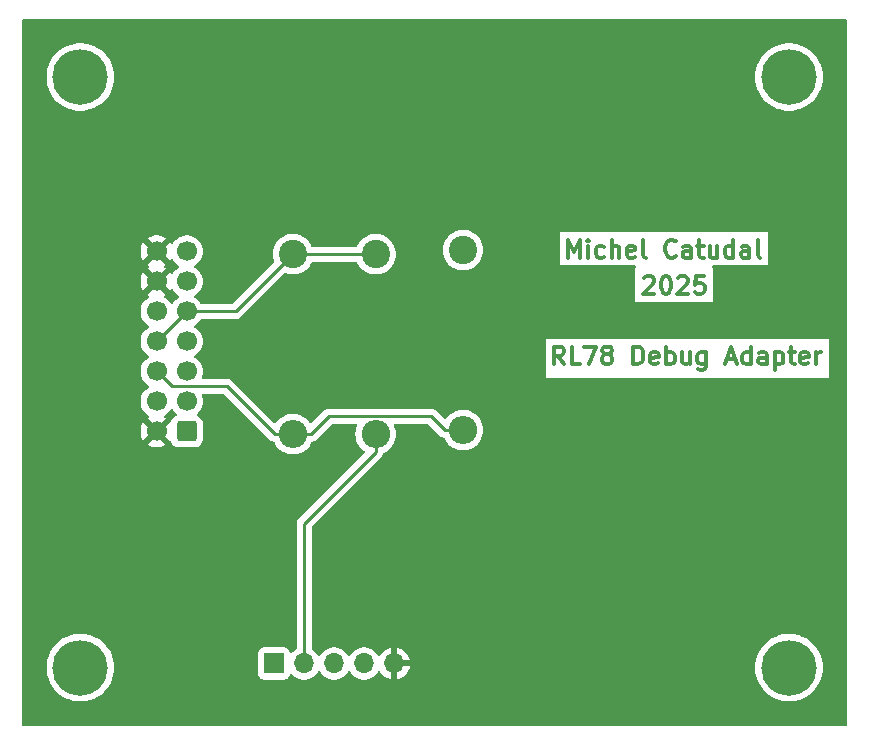
<source format=gtl>
G04 #@! TF.GenerationSoftware,KiCad,Pcbnew,8.0.6*
G04 #@! TF.CreationDate,2025-01-14T22:15:50-05:00*
G04 #@! TF.ProjectId,rl78_debug_adapter_rev5,726c3738-5f64-4656-9275-675f61646170,rev?*
G04 #@! TF.SameCoordinates,Original*
G04 #@! TF.FileFunction,Copper,L1,Top*
G04 #@! TF.FilePolarity,Positive*
%FSLAX46Y46*%
G04 Gerber Fmt 4.6, Leading zero omitted, Abs format (unit mm)*
G04 Created by KiCad (PCBNEW 8.0.6) date 2025-01-14 22:15:50*
%MOMM*%
%LPD*%
G01*
G04 APERTURE LIST*
G04 Aperture macros list*
%AMRoundRect*
0 Rectangle with rounded corners*
0 $1 Rounding radius*
0 $2 $3 $4 $5 $6 $7 $8 $9 X,Y pos of 4 corners*
0 Add a 4 corners polygon primitive as box body*
4,1,4,$2,$3,$4,$5,$6,$7,$8,$9,$2,$3,0*
0 Add four circle primitives for the rounded corners*
1,1,$1+$1,$2,$3*
1,1,$1+$1,$4,$5*
1,1,$1+$1,$6,$7*
1,1,$1+$1,$8,$9*
0 Add four rect primitives between the rounded corners*
20,1,$1+$1,$2,$3,$4,$5,0*
20,1,$1+$1,$4,$5,$6,$7,0*
20,1,$1+$1,$6,$7,$8,$9,0*
20,1,$1+$1,$8,$9,$2,$3,0*%
G04 Aperture macros list end*
%ADD10C,0.300000*%
G04 #@! TA.AperFunction,NonConductor*
%ADD11C,0.300000*%
G04 #@! TD*
G04 #@! TA.AperFunction,ComponentPad*
%ADD12RoundRect,0.250000X0.600000X0.600000X-0.600000X0.600000X-0.600000X-0.600000X0.600000X-0.600000X0*%
G04 #@! TD*
G04 #@! TA.AperFunction,ComponentPad*
%ADD13C,1.700000*%
G04 #@! TD*
G04 #@! TA.AperFunction,ComponentPad*
%ADD14R,1.700000X1.700000*%
G04 #@! TD*
G04 #@! TA.AperFunction,ComponentPad*
%ADD15O,1.700000X1.700000*%
G04 #@! TD*
G04 #@! TA.AperFunction,ComponentPad*
%ADD16C,2.400000*%
G04 #@! TD*
G04 #@! TA.AperFunction,ComponentPad*
%ADD17O,2.400000X2.400000*%
G04 #@! TD*
G04 #@! TA.AperFunction,ComponentPad*
%ADD18C,4.700000*%
G04 #@! TD*
G04 #@! TA.AperFunction,Conductor*
%ADD19C,0.250000*%
G04 #@! TD*
G04 APERTURE END LIST*
D10*
D11*
X106278571Y-50278328D02*
X106278571Y-48778328D01*
X106278571Y-48778328D02*
X106778571Y-49849757D01*
X106778571Y-49849757D02*
X107278571Y-48778328D01*
X107278571Y-48778328D02*
X107278571Y-50278328D01*
X107992857Y-50278328D02*
X107992857Y-49278328D01*
X107992857Y-48778328D02*
X107921429Y-48849757D01*
X107921429Y-48849757D02*
X107992857Y-48921185D01*
X107992857Y-48921185D02*
X108064286Y-48849757D01*
X108064286Y-48849757D02*
X107992857Y-48778328D01*
X107992857Y-48778328D02*
X107992857Y-48921185D01*
X109350001Y-50206900D02*
X109207143Y-50278328D01*
X109207143Y-50278328D02*
X108921429Y-50278328D01*
X108921429Y-50278328D02*
X108778572Y-50206900D01*
X108778572Y-50206900D02*
X108707143Y-50135471D01*
X108707143Y-50135471D02*
X108635715Y-49992614D01*
X108635715Y-49992614D02*
X108635715Y-49564042D01*
X108635715Y-49564042D02*
X108707143Y-49421185D01*
X108707143Y-49421185D02*
X108778572Y-49349757D01*
X108778572Y-49349757D02*
X108921429Y-49278328D01*
X108921429Y-49278328D02*
X109207143Y-49278328D01*
X109207143Y-49278328D02*
X109350001Y-49349757D01*
X109992857Y-50278328D02*
X109992857Y-48778328D01*
X110635715Y-50278328D02*
X110635715Y-49492614D01*
X110635715Y-49492614D02*
X110564286Y-49349757D01*
X110564286Y-49349757D02*
X110421429Y-49278328D01*
X110421429Y-49278328D02*
X110207143Y-49278328D01*
X110207143Y-49278328D02*
X110064286Y-49349757D01*
X110064286Y-49349757D02*
X109992857Y-49421185D01*
X111921429Y-50206900D02*
X111778572Y-50278328D01*
X111778572Y-50278328D02*
X111492858Y-50278328D01*
X111492858Y-50278328D02*
X111350000Y-50206900D01*
X111350000Y-50206900D02*
X111278572Y-50064042D01*
X111278572Y-50064042D02*
X111278572Y-49492614D01*
X111278572Y-49492614D02*
X111350000Y-49349757D01*
X111350000Y-49349757D02*
X111492858Y-49278328D01*
X111492858Y-49278328D02*
X111778572Y-49278328D01*
X111778572Y-49278328D02*
X111921429Y-49349757D01*
X111921429Y-49349757D02*
X111992858Y-49492614D01*
X111992858Y-49492614D02*
X111992858Y-49635471D01*
X111992858Y-49635471D02*
X111278572Y-49778328D01*
X112850000Y-50278328D02*
X112707143Y-50206900D01*
X112707143Y-50206900D02*
X112635714Y-50064042D01*
X112635714Y-50064042D02*
X112635714Y-48778328D01*
X115421428Y-50135471D02*
X115350000Y-50206900D01*
X115350000Y-50206900D02*
X115135714Y-50278328D01*
X115135714Y-50278328D02*
X114992857Y-50278328D01*
X114992857Y-50278328D02*
X114778571Y-50206900D01*
X114778571Y-50206900D02*
X114635714Y-50064042D01*
X114635714Y-50064042D02*
X114564285Y-49921185D01*
X114564285Y-49921185D02*
X114492857Y-49635471D01*
X114492857Y-49635471D02*
X114492857Y-49421185D01*
X114492857Y-49421185D02*
X114564285Y-49135471D01*
X114564285Y-49135471D02*
X114635714Y-48992614D01*
X114635714Y-48992614D02*
X114778571Y-48849757D01*
X114778571Y-48849757D02*
X114992857Y-48778328D01*
X114992857Y-48778328D02*
X115135714Y-48778328D01*
X115135714Y-48778328D02*
X115350000Y-48849757D01*
X115350000Y-48849757D02*
X115421428Y-48921185D01*
X116707143Y-50278328D02*
X116707143Y-49492614D01*
X116707143Y-49492614D02*
X116635714Y-49349757D01*
X116635714Y-49349757D02*
X116492857Y-49278328D01*
X116492857Y-49278328D02*
X116207143Y-49278328D01*
X116207143Y-49278328D02*
X116064285Y-49349757D01*
X116707143Y-50206900D02*
X116564285Y-50278328D01*
X116564285Y-50278328D02*
X116207143Y-50278328D01*
X116207143Y-50278328D02*
X116064285Y-50206900D01*
X116064285Y-50206900D02*
X115992857Y-50064042D01*
X115992857Y-50064042D02*
X115992857Y-49921185D01*
X115992857Y-49921185D02*
X116064285Y-49778328D01*
X116064285Y-49778328D02*
X116207143Y-49706900D01*
X116207143Y-49706900D02*
X116564285Y-49706900D01*
X116564285Y-49706900D02*
X116707143Y-49635471D01*
X117207143Y-49278328D02*
X117778571Y-49278328D01*
X117421428Y-48778328D02*
X117421428Y-50064042D01*
X117421428Y-50064042D02*
X117492857Y-50206900D01*
X117492857Y-50206900D02*
X117635714Y-50278328D01*
X117635714Y-50278328D02*
X117778571Y-50278328D01*
X118921429Y-49278328D02*
X118921429Y-50278328D01*
X118278571Y-49278328D02*
X118278571Y-50064042D01*
X118278571Y-50064042D02*
X118350000Y-50206900D01*
X118350000Y-50206900D02*
X118492857Y-50278328D01*
X118492857Y-50278328D02*
X118707143Y-50278328D01*
X118707143Y-50278328D02*
X118850000Y-50206900D01*
X118850000Y-50206900D02*
X118921429Y-50135471D01*
X120278572Y-50278328D02*
X120278572Y-48778328D01*
X120278572Y-50206900D02*
X120135714Y-50278328D01*
X120135714Y-50278328D02*
X119850000Y-50278328D01*
X119850000Y-50278328D02*
X119707143Y-50206900D01*
X119707143Y-50206900D02*
X119635714Y-50135471D01*
X119635714Y-50135471D02*
X119564286Y-49992614D01*
X119564286Y-49992614D02*
X119564286Y-49564042D01*
X119564286Y-49564042D02*
X119635714Y-49421185D01*
X119635714Y-49421185D02*
X119707143Y-49349757D01*
X119707143Y-49349757D02*
X119850000Y-49278328D01*
X119850000Y-49278328D02*
X120135714Y-49278328D01*
X120135714Y-49278328D02*
X120278572Y-49349757D01*
X121635715Y-50278328D02*
X121635715Y-49492614D01*
X121635715Y-49492614D02*
X121564286Y-49349757D01*
X121564286Y-49349757D02*
X121421429Y-49278328D01*
X121421429Y-49278328D02*
X121135715Y-49278328D01*
X121135715Y-49278328D02*
X120992857Y-49349757D01*
X121635715Y-50206900D02*
X121492857Y-50278328D01*
X121492857Y-50278328D02*
X121135715Y-50278328D01*
X121135715Y-50278328D02*
X120992857Y-50206900D01*
X120992857Y-50206900D02*
X120921429Y-50064042D01*
X120921429Y-50064042D02*
X120921429Y-49921185D01*
X120921429Y-49921185D02*
X120992857Y-49778328D01*
X120992857Y-49778328D02*
X121135715Y-49706900D01*
X121135715Y-49706900D02*
X121492857Y-49706900D01*
X121492857Y-49706900D02*
X121635715Y-49635471D01*
X122564286Y-50278328D02*
X122421429Y-50206900D01*
X122421429Y-50206900D02*
X122350000Y-50064042D01*
X122350000Y-50064042D02*
X122350000Y-48778328D01*
D10*
D11*
X105962257Y-59320928D02*
X105462257Y-58606642D01*
X105105114Y-59320928D02*
X105105114Y-57820928D01*
X105105114Y-57820928D02*
X105676543Y-57820928D01*
X105676543Y-57820928D02*
X105819400Y-57892357D01*
X105819400Y-57892357D02*
X105890829Y-57963785D01*
X105890829Y-57963785D02*
X105962257Y-58106642D01*
X105962257Y-58106642D02*
X105962257Y-58320928D01*
X105962257Y-58320928D02*
X105890829Y-58463785D01*
X105890829Y-58463785D02*
X105819400Y-58535214D01*
X105819400Y-58535214D02*
X105676543Y-58606642D01*
X105676543Y-58606642D02*
X105105114Y-58606642D01*
X107319400Y-59320928D02*
X106605114Y-59320928D01*
X106605114Y-59320928D02*
X106605114Y-57820928D01*
X107676543Y-57820928D02*
X108676543Y-57820928D01*
X108676543Y-57820928D02*
X108033686Y-59320928D01*
X109462257Y-58463785D02*
X109319400Y-58392357D01*
X109319400Y-58392357D02*
X109247971Y-58320928D01*
X109247971Y-58320928D02*
X109176543Y-58178071D01*
X109176543Y-58178071D02*
X109176543Y-58106642D01*
X109176543Y-58106642D02*
X109247971Y-57963785D01*
X109247971Y-57963785D02*
X109319400Y-57892357D01*
X109319400Y-57892357D02*
X109462257Y-57820928D01*
X109462257Y-57820928D02*
X109747971Y-57820928D01*
X109747971Y-57820928D02*
X109890829Y-57892357D01*
X109890829Y-57892357D02*
X109962257Y-57963785D01*
X109962257Y-57963785D02*
X110033686Y-58106642D01*
X110033686Y-58106642D02*
X110033686Y-58178071D01*
X110033686Y-58178071D02*
X109962257Y-58320928D01*
X109962257Y-58320928D02*
X109890829Y-58392357D01*
X109890829Y-58392357D02*
X109747971Y-58463785D01*
X109747971Y-58463785D02*
X109462257Y-58463785D01*
X109462257Y-58463785D02*
X109319400Y-58535214D01*
X109319400Y-58535214D02*
X109247971Y-58606642D01*
X109247971Y-58606642D02*
X109176543Y-58749500D01*
X109176543Y-58749500D02*
X109176543Y-59035214D01*
X109176543Y-59035214D02*
X109247971Y-59178071D01*
X109247971Y-59178071D02*
X109319400Y-59249500D01*
X109319400Y-59249500D02*
X109462257Y-59320928D01*
X109462257Y-59320928D02*
X109747971Y-59320928D01*
X109747971Y-59320928D02*
X109890829Y-59249500D01*
X109890829Y-59249500D02*
X109962257Y-59178071D01*
X109962257Y-59178071D02*
X110033686Y-59035214D01*
X110033686Y-59035214D02*
X110033686Y-58749500D01*
X110033686Y-58749500D02*
X109962257Y-58606642D01*
X109962257Y-58606642D02*
X109890829Y-58535214D01*
X109890829Y-58535214D02*
X109747971Y-58463785D01*
X111819399Y-59320928D02*
X111819399Y-57820928D01*
X111819399Y-57820928D02*
X112176542Y-57820928D01*
X112176542Y-57820928D02*
X112390828Y-57892357D01*
X112390828Y-57892357D02*
X112533685Y-58035214D01*
X112533685Y-58035214D02*
X112605114Y-58178071D01*
X112605114Y-58178071D02*
X112676542Y-58463785D01*
X112676542Y-58463785D02*
X112676542Y-58678071D01*
X112676542Y-58678071D02*
X112605114Y-58963785D01*
X112605114Y-58963785D02*
X112533685Y-59106642D01*
X112533685Y-59106642D02*
X112390828Y-59249500D01*
X112390828Y-59249500D02*
X112176542Y-59320928D01*
X112176542Y-59320928D02*
X111819399Y-59320928D01*
X113890828Y-59249500D02*
X113747971Y-59320928D01*
X113747971Y-59320928D02*
X113462257Y-59320928D01*
X113462257Y-59320928D02*
X113319399Y-59249500D01*
X113319399Y-59249500D02*
X113247971Y-59106642D01*
X113247971Y-59106642D02*
X113247971Y-58535214D01*
X113247971Y-58535214D02*
X113319399Y-58392357D01*
X113319399Y-58392357D02*
X113462257Y-58320928D01*
X113462257Y-58320928D02*
X113747971Y-58320928D01*
X113747971Y-58320928D02*
X113890828Y-58392357D01*
X113890828Y-58392357D02*
X113962257Y-58535214D01*
X113962257Y-58535214D02*
X113962257Y-58678071D01*
X113962257Y-58678071D02*
X113247971Y-58820928D01*
X114605113Y-59320928D02*
X114605113Y-57820928D01*
X114605113Y-58392357D02*
X114747971Y-58320928D01*
X114747971Y-58320928D02*
X115033685Y-58320928D01*
X115033685Y-58320928D02*
X115176542Y-58392357D01*
X115176542Y-58392357D02*
X115247971Y-58463785D01*
X115247971Y-58463785D02*
X115319399Y-58606642D01*
X115319399Y-58606642D02*
X115319399Y-59035214D01*
X115319399Y-59035214D02*
X115247971Y-59178071D01*
X115247971Y-59178071D02*
X115176542Y-59249500D01*
X115176542Y-59249500D02*
X115033685Y-59320928D01*
X115033685Y-59320928D02*
X114747971Y-59320928D01*
X114747971Y-59320928D02*
X114605113Y-59249500D01*
X116605114Y-58320928D02*
X116605114Y-59320928D01*
X115962256Y-58320928D02*
X115962256Y-59106642D01*
X115962256Y-59106642D02*
X116033685Y-59249500D01*
X116033685Y-59249500D02*
X116176542Y-59320928D01*
X116176542Y-59320928D02*
X116390828Y-59320928D01*
X116390828Y-59320928D02*
X116533685Y-59249500D01*
X116533685Y-59249500D02*
X116605114Y-59178071D01*
X117962257Y-58320928D02*
X117962257Y-59535214D01*
X117962257Y-59535214D02*
X117890828Y-59678071D01*
X117890828Y-59678071D02*
X117819399Y-59749500D01*
X117819399Y-59749500D02*
X117676542Y-59820928D01*
X117676542Y-59820928D02*
X117462257Y-59820928D01*
X117462257Y-59820928D02*
X117319399Y-59749500D01*
X117962257Y-59249500D02*
X117819399Y-59320928D01*
X117819399Y-59320928D02*
X117533685Y-59320928D01*
X117533685Y-59320928D02*
X117390828Y-59249500D01*
X117390828Y-59249500D02*
X117319399Y-59178071D01*
X117319399Y-59178071D02*
X117247971Y-59035214D01*
X117247971Y-59035214D02*
X117247971Y-58606642D01*
X117247971Y-58606642D02*
X117319399Y-58463785D01*
X117319399Y-58463785D02*
X117390828Y-58392357D01*
X117390828Y-58392357D02*
X117533685Y-58320928D01*
X117533685Y-58320928D02*
X117819399Y-58320928D01*
X117819399Y-58320928D02*
X117962257Y-58392357D01*
X119747971Y-58892357D02*
X120462257Y-58892357D01*
X119605114Y-59320928D02*
X120105114Y-57820928D01*
X120105114Y-57820928D02*
X120605114Y-59320928D01*
X121747971Y-59320928D02*
X121747971Y-57820928D01*
X121747971Y-59249500D02*
X121605113Y-59320928D01*
X121605113Y-59320928D02*
X121319399Y-59320928D01*
X121319399Y-59320928D02*
X121176542Y-59249500D01*
X121176542Y-59249500D02*
X121105113Y-59178071D01*
X121105113Y-59178071D02*
X121033685Y-59035214D01*
X121033685Y-59035214D02*
X121033685Y-58606642D01*
X121033685Y-58606642D02*
X121105113Y-58463785D01*
X121105113Y-58463785D02*
X121176542Y-58392357D01*
X121176542Y-58392357D02*
X121319399Y-58320928D01*
X121319399Y-58320928D02*
X121605113Y-58320928D01*
X121605113Y-58320928D02*
X121747971Y-58392357D01*
X123105114Y-59320928D02*
X123105114Y-58535214D01*
X123105114Y-58535214D02*
X123033685Y-58392357D01*
X123033685Y-58392357D02*
X122890828Y-58320928D01*
X122890828Y-58320928D02*
X122605114Y-58320928D01*
X122605114Y-58320928D02*
X122462256Y-58392357D01*
X123105114Y-59249500D02*
X122962256Y-59320928D01*
X122962256Y-59320928D02*
X122605114Y-59320928D01*
X122605114Y-59320928D02*
X122462256Y-59249500D01*
X122462256Y-59249500D02*
X122390828Y-59106642D01*
X122390828Y-59106642D02*
X122390828Y-58963785D01*
X122390828Y-58963785D02*
X122462256Y-58820928D01*
X122462256Y-58820928D02*
X122605114Y-58749500D01*
X122605114Y-58749500D02*
X122962256Y-58749500D01*
X122962256Y-58749500D02*
X123105114Y-58678071D01*
X123819399Y-58320928D02*
X123819399Y-59820928D01*
X123819399Y-58392357D02*
X123962257Y-58320928D01*
X123962257Y-58320928D02*
X124247971Y-58320928D01*
X124247971Y-58320928D02*
X124390828Y-58392357D01*
X124390828Y-58392357D02*
X124462257Y-58463785D01*
X124462257Y-58463785D02*
X124533685Y-58606642D01*
X124533685Y-58606642D02*
X124533685Y-59035214D01*
X124533685Y-59035214D02*
X124462257Y-59178071D01*
X124462257Y-59178071D02*
X124390828Y-59249500D01*
X124390828Y-59249500D02*
X124247971Y-59320928D01*
X124247971Y-59320928D02*
X123962257Y-59320928D01*
X123962257Y-59320928D02*
X123819399Y-59249500D01*
X124962257Y-58320928D02*
X125533685Y-58320928D01*
X125176542Y-57820928D02*
X125176542Y-59106642D01*
X125176542Y-59106642D02*
X125247971Y-59249500D01*
X125247971Y-59249500D02*
X125390828Y-59320928D01*
X125390828Y-59320928D02*
X125533685Y-59320928D01*
X126605114Y-59249500D02*
X126462257Y-59320928D01*
X126462257Y-59320928D02*
X126176543Y-59320928D01*
X126176543Y-59320928D02*
X126033685Y-59249500D01*
X126033685Y-59249500D02*
X125962257Y-59106642D01*
X125962257Y-59106642D02*
X125962257Y-58535214D01*
X125962257Y-58535214D02*
X126033685Y-58392357D01*
X126033685Y-58392357D02*
X126176543Y-58320928D01*
X126176543Y-58320928D02*
X126462257Y-58320928D01*
X126462257Y-58320928D02*
X126605114Y-58392357D01*
X126605114Y-58392357D02*
X126676543Y-58535214D01*
X126676543Y-58535214D02*
X126676543Y-58678071D01*
X126676543Y-58678071D02*
X125962257Y-58820928D01*
X127319399Y-59320928D02*
X127319399Y-58320928D01*
X127319399Y-58606642D02*
X127390828Y-58463785D01*
X127390828Y-58463785D02*
X127462257Y-58392357D01*
X127462257Y-58392357D02*
X127605114Y-58320928D01*
X127605114Y-58320928D02*
X127747971Y-58320928D01*
D10*
D11*
X112728572Y-51996185D02*
X112800000Y-51924757D01*
X112800000Y-51924757D02*
X112942858Y-51853328D01*
X112942858Y-51853328D02*
X113300000Y-51853328D01*
X113300000Y-51853328D02*
X113442858Y-51924757D01*
X113442858Y-51924757D02*
X113514286Y-51996185D01*
X113514286Y-51996185D02*
X113585715Y-52139042D01*
X113585715Y-52139042D02*
X113585715Y-52281900D01*
X113585715Y-52281900D02*
X113514286Y-52496185D01*
X113514286Y-52496185D02*
X112657143Y-53353328D01*
X112657143Y-53353328D02*
X113585715Y-53353328D01*
X114514286Y-51853328D02*
X114657143Y-51853328D01*
X114657143Y-51853328D02*
X114800000Y-51924757D01*
X114800000Y-51924757D02*
X114871429Y-51996185D01*
X114871429Y-51996185D02*
X114942857Y-52139042D01*
X114942857Y-52139042D02*
X115014286Y-52424757D01*
X115014286Y-52424757D02*
X115014286Y-52781900D01*
X115014286Y-52781900D02*
X114942857Y-53067614D01*
X114942857Y-53067614D02*
X114871429Y-53210471D01*
X114871429Y-53210471D02*
X114800000Y-53281900D01*
X114800000Y-53281900D02*
X114657143Y-53353328D01*
X114657143Y-53353328D02*
X114514286Y-53353328D01*
X114514286Y-53353328D02*
X114371429Y-53281900D01*
X114371429Y-53281900D02*
X114300000Y-53210471D01*
X114300000Y-53210471D02*
X114228571Y-53067614D01*
X114228571Y-53067614D02*
X114157143Y-52781900D01*
X114157143Y-52781900D02*
X114157143Y-52424757D01*
X114157143Y-52424757D02*
X114228571Y-52139042D01*
X114228571Y-52139042D02*
X114300000Y-51996185D01*
X114300000Y-51996185D02*
X114371429Y-51924757D01*
X114371429Y-51924757D02*
X114514286Y-51853328D01*
X115585714Y-51996185D02*
X115657142Y-51924757D01*
X115657142Y-51924757D02*
X115800000Y-51853328D01*
X115800000Y-51853328D02*
X116157142Y-51853328D01*
X116157142Y-51853328D02*
X116300000Y-51924757D01*
X116300000Y-51924757D02*
X116371428Y-51996185D01*
X116371428Y-51996185D02*
X116442857Y-52139042D01*
X116442857Y-52139042D02*
X116442857Y-52281900D01*
X116442857Y-52281900D02*
X116371428Y-52496185D01*
X116371428Y-52496185D02*
X115514285Y-53353328D01*
X115514285Y-53353328D02*
X116442857Y-53353328D01*
X117799999Y-51853328D02*
X117085713Y-51853328D01*
X117085713Y-51853328D02*
X117014285Y-52567614D01*
X117014285Y-52567614D02*
X117085713Y-52496185D01*
X117085713Y-52496185D02*
X117228571Y-52424757D01*
X117228571Y-52424757D02*
X117585713Y-52424757D01*
X117585713Y-52424757D02*
X117728571Y-52496185D01*
X117728571Y-52496185D02*
X117799999Y-52567614D01*
X117799999Y-52567614D02*
X117871428Y-52710471D01*
X117871428Y-52710471D02*
X117871428Y-53067614D01*
X117871428Y-53067614D02*
X117799999Y-53210471D01*
X117799999Y-53210471D02*
X117728571Y-53281900D01*
X117728571Y-53281900D02*
X117585713Y-53353328D01*
X117585713Y-53353328D02*
X117228571Y-53353328D01*
X117228571Y-53353328D02*
X117085713Y-53281900D01*
X117085713Y-53281900D02*
X117014285Y-53210471D01*
D12*
X74000000Y-65000000D03*
D13*
X71460000Y-65000000D03*
X74000000Y-62460000D03*
X71460000Y-62460000D03*
X74000000Y-59920000D03*
X71460000Y-59920000D03*
X74000000Y-57380000D03*
X71460000Y-57380000D03*
X74000000Y-54840000D03*
X71460000Y-54840000D03*
X74000000Y-52300000D03*
X71460000Y-52300000D03*
X74000000Y-49760000D03*
X71460000Y-49760000D03*
D14*
X81400000Y-84650000D03*
D15*
X83940000Y-84650000D03*
X86480000Y-84650000D03*
X89020000Y-84650000D03*
X91560000Y-84650000D03*
D16*
X90000000Y-50000000D03*
D17*
X90000000Y-65240000D03*
D16*
X83000000Y-50000000D03*
D17*
X83000000Y-65240000D03*
D16*
X97400000Y-49650000D03*
D17*
X97400000Y-64890000D03*
D18*
X125000000Y-85000000D03*
X65000000Y-35000000D03*
X65000000Y-85000000D03*
X125000000Y-35000000D03*
D19*
X74000000Y-54840000D02*
X71460000Y-57380000D01*
X83000000Y-50000000D02*
X90000000Y-50000000D01*
X83000000Y-50000000D02*
X78160000Y-54840000D01*
X78160000Y-54840000D02*
X74000000Y-54840000D01*
X83940000Y-72826700D02*
X83940000Y-84650000D01*
X90000000Y-65240000D02*
X90000000Y-66766700D01*
X90000000Y-66766700D02*
X83940000Y-72826700D01*
X81473300Y-65240000D02*
X77423300Y-61190000D01*
X83000000Y-65240000D02*
X84526700Y-65240000D01*
X97400000Y-64890000D02*
X95873300Y-64890000D01*
X83000000Y-65240000D02*
X81473300Y-65240000D01*
X72730000Y-61190000D02*
X71460000Y-59920000D01*
X77423300Y-61190000D02*
X72730000Y-61190000D01*
X94696600Y-63713300D02*
X86053400Y-63713300D01*
X95873300Y-64890000D02*
X94696600Y-63713300D01*
X86053400Y-63713300D02*
X84526700Y-65240000D01*
G04 #@! TA.AperFunction,Conductor*
G36*
X72813225Y-63135669D02*
G01*
X72835480Y-63161353D01*
X72848643Y-63181500D01*
X72924275Y-63297265D01*
X72924279Y-63297270D01*
X73076765Y-63462911D01*
X73111562Y-63489995D01*
X73153033Y-63547620D01*
X73156766Y-63618518D01*
X73121576Y-63680180D01*
X73083239Y-63703336D01*
X73083914Y-63704783D01*
X73077266Y-63707883D01*
X73077263Y-63707884D01*
X73077262Y-63707885D01*
X73050056Y-63724666D01*
X72926347Y-63800970D01*
X72926341Y-63800975D01*
X72800975Y-63926341D01*
X72800970Y-63926347D01*
X72709486Y-64074666D01*
X72707885Y-64077262D01*
X72684899Y-64146633D01*
X72684703Y-64147223D01*
X72644289Y-64205595D01*
X72591784Y-64227424D01*
X71944157Y-64875051D01*
X71925925Y-64807007D01*
X71860099Y-64692993D01*
X71767007Y-64599901D01*
X71652993Y-64534075D01*
X71584947Y-64515841D01*
X72225688Y-63875100D01*
X72225687Y-63875099D01*
X72205308Y-63859237D01*
X72205298Y-63859231D01*
X72171791Y-63841097D01*
X72121401Y-63791083D01*
X72106050Y-63721766D01*
X72130612Y-63655153D01*
X72171790Y-63619472D01*
X72205576Y-63601189D01*
X72383240Y-63462906D01*
X72535722Y-63297268D01*
X72624518Y-63161354D01*
X72678520Y-63115268D01*
X72748868Y-63105692D01*
X72813225Y-63135669D01*
G37*
G04 #@! TD.AperFunction*
G04 #@! TA.AperFunction,Conductor*
G36*
X72583077Y-53063866D02*
G01*
X72583078Y-53063866D01*
X72624217Y-53000899D01*
X72678221Y-52954810D01*
X72748568Y-52945235D01*
X72812926Y-52975212D01*
X72835183Y-53000898D01*
X72924279Y-53137270D01*
X73076762Y-53302908D01*
X73131331Y-53345381D01*
X73254424Y-53441189D01*
X73287155Y-53458902D01*
X73287680Y-53459186D01*
X73338071Y-53509200D01*
X73353423Y-53578516D01*
X73328862Y-53645129D01*
X73287680Y-53680813D01*
X73254426Y-53698810D01*
X73254424Y-53698811D01*
X73076762Y-53837091D01*
X72924279Y-54002729D01*
X72835483Y-54138643D01*
X72781479Y-54184731D01*
X72711131Y-54194306D01*
X72646774Y-54164329D01*
X72624517Y-54138643D01*
X72535720Y-54002729D01*
X72383237Y-53837091D01*
X72301382Y-53773381D01*
X72205576Y-53698811D01*
X72171792Y-53680528D01*
X72121402Y-53630516D01*
X72106050Y-53561199D01*
X72130610Y-53494586D01*
X72171795Y-53458900D01*
X72205298Y-53440769D01*
X72225688Y-53424898D01*
X71584947Y-52784157D01*
X71652993Y-52765925D01*
X71767007Y-52700099D01*
X71860099Y-52607007D01*
X71925925Y-52492993D01*
X71944158Y-52424947D01*
X72583077Y-53063866D01*
G37*
G04 #@! TD.AperFunction*
G04 #@! TA.AperFunction,Conductor*
G36*
X72583077Y-50523866D02*
G01*
X72583078Y-50523866D01*
X72624217Y-50460899D01*
X72678221Y-50414810D01*
X72748568Y-50405235D01*
X72812926Y-50435212D01*
X72835183Y-50460898D01*
X72924279Y-50597270D01*
X73076762Y-50762908D01*
X73131331Y-50805381D01*
X73254424Y-50901189D01*
X73287678Y-50919185D01*
X73287680Y-50919186D01*
X73338071Y-50969200D01*
X73353423Y-51038516D01*
X73328862Y-51105129D01*
X73287680Y-51140813D01*
X73254426Y-51158810D01*
X73254424Y-51158811D01*
X73076762Y-51297091D01*
X72924279Y-51462729D01*
X72835183Y-51599101D01*
X72781179Y-51645189D01*
X72710831Y-51654764D01*
X72646474Y-51624786D01*
X72624217Y-51599100D01*
X72583078Y-51536132D01*
X71944157Y-52175051D01*
X71925925Y-52107007D01*
X71860099Y-51992993D01*
X71767007Y-51899901D01*
X71652993Y-51834075D01*
X71584947Y-51815841D01*
X72225688Y-51175100D01*
X72225687Y-51175099D01*
X72205308Y-51159237D01*
X72205298Y-51159231D01*
X72171267Y-51140814D01*
X72120876Y-51090801D01*
X72105524Y-51021484D01*
X72130085Y-50954871D01*
X72171268Y-50919186D01*
X72205294Y-50900772D01*
X72205298Y-50900769D01*
X72225688Y-50884898D01*
X71584947Y-50244157D01*
X71652993Y-50225925D01*
X71767007Y-50160099D01*
X71860099Y-50067007D01*
X71925925Y-49952993D01*
X71944158Y-49884947D01*
X72583077Y-50523866D01*
G37*
G04 #@! TD.AperFunction*
G04 #@! TA.AperFunction,Conductor*
G36*
X129866621Y-30095502D02*
G01*
X129913114Y-30149158D01*
X129924500Y-30201500D01*
X129924500Y-89798500D01*
X129904498Y-89866621D01*
X129850842Y-89913114D01*
X129798500Y-89924500D01*
X60201500Y-89924500D01*
X60133379Y-89904498D01*
X60086886Y-89850842D01*
X60075500Y-89798500D01*
X60075500Y-85000000D01*
X62136656Y-85000000D01*
X62156016Y-85332403D01*
X62156016Y-85332409D01*
X62156017Y-85332414D01*
X62213838Y-85660333D01*
X62309337Y-85979321D01*
X62309339Y-85979327D01*
X62309340Y-85979328D01*
X62441220Y-86285063D01*
X62441222Y-86285066D01*
X62607711Y-86573433D01*
X62607714Y-86573437D01*
X62806552Y-86840523D01*
X63035057Y-87082724D01*
X63290134Y-87296758D01*
X63568320Y-87479724D01*
X63568328Y-87479729D01*
X63865887Y-87629169D01*
X64022335Y-87686111D01*
X64178775Y-87743051D01*
X64178776Y-87743051D01*
X64178784Y-87743054D01*
X64502786Y-87819843D01*
X64691771Y-87841932D01*
X64833508Y-87858500D01*
X64833511Y-87858500D01*
X65166492Y-87858500D01*
X65290510Y-87844003D01*
X65497214Y-87819843D01*
X65821216Y-87743054D01*
X66134113Y-87629169D01*
X66431672Y-87479729D01*
X66709870Y-87296755D01*
X66964946Y-87082721D01*
X67193449Y-86840522D01*
X67392289Y-86573433D01*
X67558778Y-86285066D01*
X67690663Y-85979321D01*
X67786162Y-85660333D01*
X67843983Y-85332414D01*
X67863344Y-85000000D01*
X67843983Y-84667586D01*
X67786162Y-84339667D01*
X67690663Y-84020679D01*
X67558778Y-83714934D01*
X67392289Y-83426567D01*
X67193449Y-83159478D01*
X66964946Y-82917279D01*
X66964944Y-82917278D01*
X66964942Y-82917275D01*
X66709865Y-82703241D01*
X66431679Y-82520275D01*
X66431675Y-82520273D01*
X66431672Y-82520271D01*
X66134113Y-82370831D01*
X66134108Y-82370829D01*
X66134103Y-82370827D01*
X65821224Y-82256948D01*
X65821217Y-82256946D01*
X65821216Y-82256946D01*
X65639258Y-82213821D01*
X65497219Y-82180158D01*
X65497209Y-82180156D01*
X65166492Y-82141500D01*
X65166489Y-82141500D01*
X64833511Y-82141500D01*
X64833508Y-82141500D01*
X64502790Y-82180156D01*
X64502780Y-82180158D01*
X64178784Y-82256946D01*
X64178775Y-82256948D01*
X63865896Y-82370827D01*
X63865891Y-82370829D01*
X63568320Y-82520275D01*
X63290134Y-82703241D01*
X63035057Y-82917275D01*
X62806552Y-83159476D01*
X62607714Y-83426562D01*
X62607704Y-83426578D01*
X62441223Y-83714931D01*
X62441220Y-83714936D01*
X62309340Y-84020671D01*
X62309338Y-84020677D01*
X62213838Y-84339666D01*
X62156016Y-84667590D01*
X62156016Y-84667596D01*
X62136656Y-85000000D01*
X60075500Y-85000000D01*
X60075500Y-54840000D01*
X70096844Y-54840000D01*
X70115437Y-55064375D01*
X70170702Y-55282612D01*
X70170703Y-55282613D01*
X70261141Y-55488793D01*
X70384275Y-55677265D01*
X70384279Y-55677270D01*
X70536762Y-55842908D01*
X70591331Y-55885381D01*
X70714424Y-55981189D01*
X70747680Y-55999186D01*
X70798071Y-56049200D01*
X70813423Y-56118516D01*
X70788862Y-56185129D01*
X70747680Y-56220813D01*
X70714426Y-56238810D01*
X70714424Y-56238811D01*
X70536762Y-56377091D01*
X70384279Y-56542729D01*
X70384275Y-56542734D01*
X70261141Y-56731206D01*
X70170703Y-56937386D01*
X70170702Y-56937387D01*
X70115437Y-57155624D01*
X70096844Y-57380000D01*
X70115437Y-57604375D01*
X70170702Y-57822612D01*
X70170703Y-57822613D01*
X70261141Y-58028793D01*
X70384275Y-58217265D01*
X70384279Y-58217270D01*
X70536762Y-58382908D01*
X70591331Y-58425381D01*
X70714424Y-58521189D01*
X70747680Y-58539186D01*
X70798071Y-58589200D01*
X70813423Y-58658516D01*
X70788862Y-58725129D01*
X70747680Y-58760813D01*
X70714426Y-58778810D01*
X70714424Y-58778811D01*
X70536762Y-58917091D01*
X70384279Y-59082729D01*
X70384275Y-59082734D01*
X70261141Y-59271206D01*
X70170703Y-59477386D01*
X70170702Y-59477387D01*
X70115437Y-59695624D01*
X70096844Y-59920000D01*
X70115437Y-60144375D01*
X70170702Y-60362612D01*
X70170703Y-60362613D01*
X70170704Y-60362616D01*
X70192615Y-60412568D01*
X70261141Y-60568793D01*
X70384275Y-60757265D01*
X70384279Y-60757270D01*
X70536762Y-60922908D01*
X70591331Y-60965381D01*
X70714424Y-61061189D01*
X70747680Y-61079186D01*
X70798071Y-61129200D01*
X70813423Y-61198516D01*
X70788862Y-61265129D01*
X70747680Y-61300814D01*
X70714426Y-61318810D01*
X70714424Y-61318811D01*
X70536762Y-61457091D01*
X70384279Y-61622729D01*
X70384275Y-61622734D01*
X70261141Y-61811206D01*
X70170703Y-62017386D01*
X70170702Y-62017387D01*
X70115437Y-62235624D01*
X70096844Y-62460000D01*
X70115437Y-62684375D01*
X70170702Y-62902612D01*
X70170703Y-62902613D01*
X70170704Y-62902616D01*
X70259102Y-63104145D01*
X70261141Y-63108793D01*
X70384275Y-63297265D01*
X70384279Y-63297270D01*
X70536762Y-63462908D01*
X70591331Y-63505381D01*
X70714424Y-63601189D01*
X70748205Y-63619470D01*
X70798596Y-63669482D01*
X70813949Y-63738799D01*
X70789389Y-63805412D01*
X70748208Y-63841097D01*
X70714700Y-63859230D01*
X70714693Y-63859235D01*
X70694311Y-63875099D01*
X70694310Y-63875100D01*
X71335052Y-64515842D01*
X71267007Y-64534075D01*
X71152993Y-64599901D01*
X71059901Y-64692993D01*
X70994075Y-64807007D01*
X70975842Y-64875052D01*
X70336921Y-64236131D01*
X70336920Y-64236132D01*
X70261586Y-64351439D01*
X70261579Y-64351453D01*
X70171179Y-64557543D01*
X70171176Y-64557550D01*
X70115932Y-64775707D01*
X70097346Y-65000000D01*
X70115932Y-65224292D01*
X70171176Y-65442449D01*
X70171179Y-65442456D01*
X70261580Y-65648548D01*
X70336921Y-65763866D01*
X70975841Y-65124946D01*
X70994075Y-65192993D01*
X71059901Y-65307007D01*
X71152993Y-65400099D01*
X71267007Y-65465925D01*
X71335051Y-65484157D01*
X70694310Y-66124898D01*
X70714697Y-66140766D01*
X70714701Y-66140768D01*
X70912628Y-66247882D01*
X70912630Y-66247883D01*
X71125483Y-66320955D01*
X71125490Y-66320957D01*
X71347477Y-66358000D01*
X71572523Y-66358000D01*
X71794509Y-66320957D01*
X71794516Y-66320955D01*
X72007369Y-66247883D01*
X72007371Y-66247881D01*
X72205298Y-66140769D01*
X72225688Y-66124898D01*
X71584947Y-65484157D01*
X71652993Y-65465925D01*
X71767007Y-65400099D01*
X71860099Y-65307007D01*
X71925925Y-65192993D01*
X71944158Y-65124947D01*
X72594016Y-65774804D01*
X72621919Y-65779947D01*
X72673699Y-65828520D01*
X72684701Y-65852774D01*
X72707883Y-65922734D01*
X72707884Y-65922736D01*
X72707885Y-65922738D01*
X72745280Y-65983364D01*
X72800970Y-66073652D01*
X72800975Y-66073658D01*
X72926341Y-66199024D01*
X72926347Y-66199029D01*
X72926348Y-66199030D01*
X73077262Y-66292115D01*
X73245574Y-66347887D01*
X73349455Y-66358500D01*
X74650544Y-66358499D01*
X74754426Y-66347887D01*
X74922738Y-66292115D01*
X75073652Y-66199030D01*
X75199030Y-66073652D01*
X75292115Y-65922738D01*
X75347887Y-65754426D01*
X75358500Y-65650545D01*
X75358499Y-64349456D01*
X75347887Y-64245574D01*
X75292115Y-64077262D01*
X75199030Y-63926348D01*
X75199029Y-63926347D01*
X75199024Y-63926341D01*
X75073658Y-63800975D01*
X75073652Y-63800970D01*
X75001151Y-63756251D01*
X74922738Y-63707885D01*
X74922734Y-63707883D01*
X74922733Y-63707883D01*
X74916086Y-63704783D01*
X74917055Y-63702704D01*
X74867819Y-63668611D01*
X74840567Y-63603053D01*
X74853085Y-63533168D01*
X74888438Y-63489994D01*
X74923235Y-63462910D01*
X74923237Y-63462908D01*
X74923240Y-63462906D01*
X75075722Y-63297268D01*
X75198860Y-63108791D01*
X75289296Y-62902616D01*
X75344564Y-62684368D01*
X75363156Y-62460000D01*
X75344564Y-62235632D01*
X75289296Y-62017384D01*
X75281721Y-62000114D01*
X75272674Y-61929696D01*
X75303134Y-61865566D01*
X75363431Y-61828084D01*
X75397108Y-61823500D01*
X77108706Y-61823500D01*
X77176827Y-61843502D01*
X77197801Y-61860405D01*
X80981229Y-65643833D01*
X81069467Y-65732071D01*
X81173225Y-65801400D01*
X81268730Y-65840960D01*
X81288512Y-65849154D01*
X81288513Y-65849154D01*
X81288515Y-65849155D01*
X81345910Y-65860571D01*
X81408819Y-65893479D01*
X81438618Y-65938118D01*
X81456375Y-65983364D01*
X81584410Y-66205127D01*
X81584412Y-66205130D01*
X81584413Y-66205131D01*
X81744069Y-66405334D01*
X81931781Y-66579505D01*
X81931787Y-66579509D01*
X82143345Y-66723748D01*
X82143352Y-66723752D01*
X82143355Y-66723754D01*
X82229014Y-66765005D01*
X82374060Y-66834856D01*
X82374073Y-66834861D01*
X82618746Y-66910332D01*
X82618748Y-66910332D01*
X82618757Y-66910335D01*
X82871966Y-66948500D01*
X82871970Y-66948500D01*
X83128030Y-66948500D01*
X83128034Y-66948500D01*
X83381243Y-66910335D01*
X83381253Y-66910332D01*
X83625929Y-66834860D01*
X83625930Y-66834859D01*
X83625935Y-66834858D01*
X83816086Y-66743286D01*
X83856640Y-66723757D01*
X83856640Y-66723756D01*
X83856646Y-66723754D01*
X84068219Y-66579505D01*
X84255931Y-66405334D01*
X84415587Y-66205131D01*
X84543622Y-65983369D01*
X84561381Y-65938118D01*
X84604885Y-65882014D01*
X84654087Y-65860571D01*
X84711485Y-65849155D01*
X84826775Y-65801400D01*
X84930533Y-65732071D01*
X86278899Y-64383705D01*
X86341211Y-64349679D01*
X86367994Y-64346800D01*
X88330374Y-64346800D01*
X88398495Y-64366802D01*
X88444988Y-64420458D01*
X88455092Y-64490732D01*
X88447664Y-64518833D01*
X88362827Y-64734994D01*
X88362826Y-64734997D01*
X88305845Y-64984643D01*
X88286709Y-65240000D01*
X88305845Y-65495356D01*
X88362826Y-65745002D01*
X88362827Y-65745005D01*
X88456374Y-65983362D01*
X88456376Y-65983366D01*
X88584410Y-66205127D01*
X88584412Y-66205130D01*
X88584413Y-66205131D01*
X88744069Y-66405334D01*
X88931781Y-66579505D01*
X89019896Y-66639581D01*
X89064912Y-66694482D01*
X89073101Y-66765005D01*
X89041862Y-66828759D01*
X89038012Y-66832782D01*
X83536167Y-72334629D01*
X83447931Y-72422864D01*
X83447926Y-72422871D01*
X83378601Y-72526623D01*
X83330846Y-72641912D01*
X83306500Y-72764303D01*
X83306500Y-83373078D01*
X83286498Y-83441199D01*
X83240471Y-83483891D01*
X83194426Y-83508810D01*
X83194424Y-83508811D01*
X83016762Y-83647091D01*
X82955754Y-83713363D01*
X82894901Y-83749933D01*
X82823936Y-83747798D01*
X82765391Y-83707636D01*
X82744999Y-83672057D01*
X82700889Y-83553797D01*
X82700887Y-83553792D01*
X82613261Y-83436738D01*
X82496207Y-83349112D01*
X82496202Y-83349110D01*
X82359204Y-83298011D01*
X82359196Y-83298009D01*
X82298649Y-83291500D01*
X82298638Y-83291500D01*
X80501362Y-83291500D01*
X80501350Y-83291500D01*
X80440803Y-83298009D01*
X80440795Y-83298011D01*
X80303797Y-83349110D01*
X80303792Y-83349112D01*
X80186738Y-83436738D01*
X80099112Y-83553792D01*
X80099110Y-83553797D01*
X80048011Y-83690795D01*
X80048009Y-83690803D01*
X80041500Y-83751350D01*
X80041500Y-85548649D01*
X80048009Y-85609196D01*
X80048011Y-85609204D01*
X80099110Y-85746202D01*
X80099112Y-85746207D01*
X80186738Y-85863261D01*
X80303792Y-85950887D01*
X80303794Y-85950888D01*
X80303796Y-85950889D01*
X80357600Y-85970957D01*
X80440795Y-86001988D01*
X80440803Y-86001990D01*
X80501350Y-86008499D01*
X80501355Y-86008499D01*
X80501362Y-86008500D01*
X80501368Y-86008500D01*
X82298632Y-86008500D01*
X82298638Y-86008500D01*
X82298645Y-86008499D01*
X82298649Y-86008499D01*
X82359196Y-86001990D01*
X82359199Y-86001989D01*
X82359201Y-86001989D01*
X82496204Y-85950889D01*
X82566399Y-85898342D01*
X82613261Y-85863261D01*
X82700886Y-85746208D01*
X82700885Y-85746208D01*
X82700889Y-85746204D01*
X82744999Y-85627939D01*
X82787545Y-85571107D01*
X82854066Y-85546296D01*
X82923440Y-85561388D01*
X82955753Y-85586635D01*
X82976529Y-85609204D01*
X83016762Y-85652908D01*
X83026302Y-85660333D01*
X83194424Y-85791189D01*
X83392426Y-85898342D01*
X83392427Y-85898342D01*
X83392428Y-85898343D01*
X83504227Y-85936723D01*
X83605365Y-85971444D01*
X83827431Y-86008500D01*
X83827435Y-86008500D01*
X84052565Y-86008500D01*
X84052569Y-86008500D01*
X84274635Y-85971444D01*
X84487574Y-85898342D01*
X84685576Y-85791189D01*
X84863240Y-85652906D01*
X85015722Y-85487268D01*
X85104518Y-85351354D01*
X85158520Y-85305268D01*
X85228868Y-85295692D01*
X85293225Y-85325669D01*
X85315480Y-85351353D01*
X85348607Y-85402058D01*
X85404275Y-85487265D01*
X85404279Y-85487270D01*
X85556762Y-85652908D01*
X85566302Y-85660333D01*
X85734424Y-85791189D01*
X85932426Y-85898342D01*
X85932427Y-85898342D01*
X85932428Y-85898343D01*
X86044227Y-85936723D01*
X86145365Y-85971444D01*
X86367431Y-86008500D01*
X86367435Y-86008500D01*
X86592565Y-86008500D01*
X86592569Y-86008500D01*
X86814635Y-85971444D01*
X87027574Y-85898342D01*
X87225576Y-85791189D01*
X87403240Y-85652906D01*
X87555722Y-85487268D01*
X87644518Y-85351354D01*
X87698520Y-85305268D01*
X87768868Y-85295692D01*
X87833225Y-85325669D01*
X87855480Y-85351353D01*
X87888607Y-85402058D01*
X87944275Y-85487265D01*
X87944279Y-85487270D01*
X88096762Y-85652908D01*
X88106302Y-85660333D01*
X88274424Y-85791189D01*
X88472426Y-85898342D01*
X88472427Y-85898342D01*
X88472428Y-85898343D01*
X88584227Y-85936723D01*
X88685365Y-85971444D01*
X88907431Y-86008500D01*
X88907435Y-86008500D01*
X89132565Y-86008500D01*
X89132569Y-86008500D01*
X89354635Y-85971444D01*
X89567574Y-85898342D01*
X89765576Y-85791189D01*
X89943240Y-85652906D01*
X90095722Y-85487268D01*
X90184816Y-85350898D01*
X90238819Y-85304810D01*
X90309167Y-85295235D01*
X90373524Y-85325212D01*
X90395782Y-85350898D01*
X90484674Y-85486958D01*
X90637097Y-85652534D01*
X90814698Y-85790767D01*
X90814699Y-85790768D01*
X91012628Y-85897882D01*
X91012630Y-85897883D01*
X91225483Y-85970955D01*
X91225492Y-85970957D01*
X91306000Y-85984391D01*
X91306000Y-85080702D01*
X91367007Y-85115925D01*
X91494174Y-85150000D01*
X91625826Y-85150000D01*
X91752993Y-85115925D01*
X91814000Y-85080702D01*
X91814000Y-85984390D01*
X91894507Y-85970957D01*
X91894516Y-85970955D01*
X92107369Y-85897883D01*
X92107371Y-85897882D01*
X92305300Y-85790768D01*
X92305301Y-85790767D01*
X92482902Y-85652534D01*
X92635325Y-85486958D01*
X92758419Y-85298548D01*
X92848820Y-85092456D01*
X92848823Y-85092449D01*
X92872234Y-85000000D01*
X122136656Y-85000000D01*
X122156016Y-85332403D01*
X122156016Y-85332409D01*
X122156017Y-85332414D01*
X122213838Y-85660333D01*
X122309337Y-85979321D01*
X122309339Y-85979327D01*
X122309340Y-85979328D01*
X122441220Y-86285063D01*
X122441222Y-86285066D01*
X122607711Y-86573433D01*
X122607714Y-86573437D01*
X122806552Y-86840523D01*
X123035057Y-87082724D01*
X123290134Y-87296758D01*
X123568320Y-87479724D01*
X123568328Y-87479729D01*
X123865887Y-87629169D01*
X124022335Y-87686111D01*
X124178775Y-87743051D01*
X124178776Y-87743051D01*
X124178784Y-87743054D01*
X124502786Y-87819843D01*
X124691771Y-87841932D01*
X124833508Y-87858500D01*
X124833511Y-87858500D01*
X125166492Y-87858500D01*
X125290510Y-87844003D01*
X125497214Y-87819843D01*
X125821216Y-87743054D01*
X126134113Y-87629169D01*
X126431672Y-87479729D01*
X126709870Y-87296755D01*
X126964946Y-87082721D01*
X127193449Y-86840522D01*
X127392289Y-86573433D01*
X127558778Y-86285066D01*
X127690663Y-85979321D01*
X127786162Y-85660333D01*
X127843983Y-85332414D01*
X127863344Y-85000000D01*
X127843983Y-84667586D01*
X127786162Y-84339667D01*
X127690663Y-84020679D01*
X127558778Y-83714934D01*
X127392289Y-83426567D01*
X127193449Y-83159478D01*
X126964946Y-82917279D01*
X126964944Y-82917278D01*
X126964942Y-82917275D01*
X126709865Y-82703241D01*
X126431679Y-82520275D01*
X126431675Y-82520273D01*
X126431672Y-82520271D01*
X126134113Y-82370831D01*
X126134108Y-82370829D01*
X126134103Y-82370827D01*
X125821224Y-82256948D01*
X125821217Y-82256946D01*
X125821216Y-82256946D01*
X125639258Y-82213821D01*
X125497219Y-82180158D01*
X125497209Y-82180156D01*
X125166492Y-82141500D01*
X125166489Y-82141500D01*
X124833511Y-82141500D01*
X124833508Y-82141500D01*
X124502790Y-82180156D01*
X124502780Y-82180158D01*
X124178784Y-82256946D01*
X124178775Y-82256948D01*
X123865896Y-82370827D01*
X123865891Y-82370829D01*
X123568320Y-82520275D01*
X123290134Y-82703241D01*
X123035057Y-82917275D01*
X122806552Y-83159476D01*
X122607714Y-83426562D01*
X122607704Y-83426578D01*
X122441223Y-83714931D01*
X122441220Y-83714936D01*
X122309340Y-84020671D01*
X122309338Y-84020677D01*
X122213838Y-84339666D01*
X122156016Y-84667590D01*
X122156016Y-84667596D01*
X122136656Y-85000000D01*
X92872234Y-85000000D01*
X92896544Y-84904000D01*
X91990703Y-84904000D01*
X92025925Y-84842993D01*
X92060000Y-84715826D01*
X92060000Y-84584174D01*
X92025925Y-84457007D01*
X91990703Y-84396000D01*
X92896544Y-84396000D01*
X92896544Y-84395999D01*
X92848823Y-84207550D01*
X92848820Y-84207543D01*
X92758419Y-84001451D01*
X92635325Y-83813041D01*
X92482902Y-83647465D01*
X92305301Y-83509232D01*
X92305300Y-83509231D01*
X92107371Y-83402117D01*
X92107369Y-83402116D01*
X91894512Y-83329043D01*
X91894501Y-83329040D01*
X91814000Y-83315606D01*
X91814000Y-84219297D01*
X91752993Y-84184075D01*
X91625826Y-84150000D01*
X91494174Y-84150000D01*
X91367007Y-84184075D01*
X91306000Y-84219297D01*
X91306000Y-83315607D01*
X91305999Y-83315606D01*
X91225498Y-83329040D01*
X91225487Y-83329043D01*
X91012630Y-83402116D01*
X91012628Y-83402117D01*
X90814699Y-83509231D01*
X90814698Y-83509232D01*
X90637097Y-83647465D01*
X90484670Y-83813045D01*
X90395780Y-83949101D01*
X90341776Y-83995189D01*
X90271428Y-84004764D01*
X90207071Y-83974786D01*
X90184816Y-83949101D01*
X90145884Y-83889511D01*
X90095724Y-83812734D01*
X90095720Y-83812729D01*
X89966220Y-83672057D01*
X89943240Y-83647094D01*
X89943239Y-83647093D01*
X89943237Y-83647091D01*
X89823367Y-83553792D01*
X89765576Y-83508811D01*
X89567574Y-83401658D01*
X89567572Y-83401657D01*
X89567571Y-83401656D01*
X89354639Y-83328557D01*
X89354630Y-83328555D01*
X89277029Y-83315606D01*
X89132569Y-83291500D01*
X88907431Y-83291500D01*
X88762971Y-83315606D01*
X88685369Y-83328555D01*
X88685360Y-83328557D01*
X88472428Y-83401656D01*
X88472426Y-83401658D01*
X88274426Y-83508810D01*
X88274424Y-83508811D01*
X88096762Y-83647091D01*
X87944279Y-83812729D01*
X87855483Y-83948643D01*
X87801479Y-83994731D01*
X87731131Y-84004306D01*
X87666774Y-83974329D01*
X87644517Y-83948643D01*
X87555720Y-83812729D01*
X87426220Y-83672057D01*
X87403240Y-83647094D01*
X87403239Y-83647093D01*
X87403237Y-83647091D01*
X87283367Y-83553792D01*
X87225576Y-83508811D01*
X87027574Y-83401658D01*
X87027572Y-83401657D01*
X87027571Y-83401656D01*
X86814639Y-83328557D01*
X86814630Y-83328555D01*
X86737029Y-83315606D01*
X86592569Y-83291500D01*
X86367431Y-83291500D01*
X86222971Y-83315606D01*
X86145369Y-83328555D01*
X86145360Y-83328557D01*
X85932428Y-83401656D01*
X85932426Y-83401658D01*
X85734426Y-83508810D01*
X85734424Y-83508811D01*
X85556762Y-83647091D01*
X85404279Y-83812729D01*
X85315483Y-83948643D01*
X85261479Y-83994731D01*
X85191131Y-84004306D01*
X85126774Y-83974329D01*
X85104517Y-83948643D01*
X85015720Y-83812729D01*
X84886220Y-83672057D01*
X84863240Y-83647094D01*
X84863239Y-83647093D01*
X84863237Y-83647091D01*
X84743367Y-83553792D01*
X84685576Y-83508811D01*
X84657620Y-83493681D01*
X84639529Y-83483891D01*
X84589139Y-83433877D01*
X84573500Y-83373078D01*
X84573500Y-73141294D01*
X84593502Y-73073173D01*
X84610405Y-73052199D01*
X85327975Y-72334629D01*
X90492071Y-67170533D01*
X90561400Y-67066775D01*
X90609155Y-66951485D01*
X90620768Y-66893099D01*
X90653673Y-66830192D01*
X90689671Y-66804163D01*
X90856646Y-66723754D01*
X91068219Y-66579505D01*
X91255931Y-66405334D01*
X91415587Y-66205131D01*
X91543622Y-65983369D01*
X91637174Y-65745001D01*
X91694155Y-65495353D01*
X91713291Y-65240000D01*
X91694155Y-64984647D01*
X91637174Y-64734999D01*
X91597789Y-64634647D01*
X91552336Y-64518833D01*
X91546068Y-64448113D01*
X91579029Y-64385232D01*
X91640754Y-64350153D01*
X91669626Y-64346800D01*
X94382006Y-64346800D01*
X94450127Y-64366802D01*
X94471101Y-64383705D01*
X95469467Y-65382071D01*
X95573225Y-65451400D01*
X95668730Y-65490960D01*
X95688512Y-65499154D01*
X95688513Y-65499154D01*
X95688515Y-65499155D01*
X95745910Y-65510571D01*
X95808819Y-65543479D01*
X95838618Y-65588118D01*
X95856375Y-65633364D01*
X95984410Y-65855127D01*
X95984412Y-65855130D01*
X95984413Y-65855131D01*
X96144069Y-66055334D01*
X96331781Y-66229505D01*
X96331787Y-66229509D01*
X96543345Y-66373748D01*
X96543352Y-66373752D01*
X96543355Y-66373754D01*
X96608932Y-66405334D01*
X96774060Y-66484856D01*
X96774073Y-66484861D01*
X97018746Y-66560332D01*
X97018748Y-66560332D01*
X97018757Y-66560335D01*
X97271966Y-66598500D01*
X97271970Y-66598500D01*
X97528030Y-66598500D01*
X97528034Y-66598500D01*
X97781243Y-66560335D01*
X97781253Y-66560332D01*
X98025929Y-66484860D01*
X98025930Y-66484859D01*
X98025935Y-66484858D01*
X98256646Y-66373754D01*
X98468219Y-66229505D01*
X98655931Y-66055334D01*
X98815587Y-65855131D01*
X98943622Y-65633369D01*
X99037174Y-65395001D01*
X99094155Y-65145353D01*
X99113291Y-64890000D01*
X99094155Y-64634647D01*
X99037174Y-64384999D01*
X99023312Y-64349679D01*
X98943625Y-64146637D01*
X98943623Y-64146633D01*
X98902074Y-64074669D01*
X98881596Y-64039199D01*
X98815589Y-63924872D01*
X98815587Y-63924869D01*
X98655931Y-63724666D01*
X98468219Y-63550495D01*
X98464002Y-63547620D01*
X98256647Y-63406247D01*
X98256646Y-63406246D01*
X98256643Y-63406245D01*
X98256641Y-63406243D01*
X98256640Y-63406242D01*
X98025936Y-63295142D01*
X98025929Y-63295139D01*
X97781253Y-63219667D01*
X97781245Y-63219665D01*
X97781243Y-63219665D01*
X97528034Y-63181500D01*
X97271966Y-63181500D01*
X97018757Y-63219665D01*
X97018755Y-63219665D01*
X97018746Y-63219667D01*
X96774073Y-63295138D01*
X96774060Y-63295143D01*
X96543352Y-63406247D01*
X96543345Y-63406251D01*
X96331787Y-63550490D01*
X96331782Y-63550494D01*
X96331781Y-63550495D01*
X96147195Y-63721766D01*
X96144066Y-63724669D01*
X95992309Y-63914965D01*
X95934199Y-63955753D01*
X95863261Y-63958648D01*
X95804704Y-63925500D01*
X95100435Y-63221231D01*
X95100433Y-63221229D01*
X94996675Y-63151900D01*
X94881385Y-63104145D01*
X94807686Y-63089485D01*
X94758996Y-63079800D01*
X94758994Y-63079800D01*
X86115794Y-63079800D01*
X85991006Y-63079800D01*
X85991003Y-63079800D01*
X85917968Y-63094328D01*
X85868615Y-63104145D01*
X85868613Y-63104145D01*
X85868612Y-63104146D01*
X85753323Y-63151901D01*
X85649571Y-63221226D01*
X85649569Y-63221227D01*
X84595294Y-64275501D01*
X84532982Y-64309526D01*
X84462166Y-64304461D01*
X84407688Y-64264964D01*
X84384695Y-64236132D01*
X84255931Y-64074666D01*
X84068219Y-63900495D01*
X83856646Y-63756246D01*
X83856643Y-63756245D01*
X83856641Y-63756243D01*
X83856640Y-63756242D01*
X83625936Y-63645142D01*
X83625929Y-63645139D01*
X83381253Y-63569667D01*
X83381245Y-63569665D01*
X83381243Y-63569665D01*
X83128034Y-63531500D01*
X82871966Y-63531500D01*
X82618757Y-63569665D01*
X82618755Y-63569665D01*
X82618746Y-63569667D01*
X82374073Y-63645138D01*
X82374060Y-63645143D01*
X82143352Y-63756247D01*
X82143345Y-63756251D01*
X81931787Y-63900490D01*
X81931782Y-63900494D01*
X81931781Y-63900495D01*
X81782294Y-64039199D01*
X81744066Y-64074669D01*
X81592309Y-64264965D01*
X81534199Y-64305753D01*
X81463261Y-64308648D01*
X81404704Y-64275500D01*
X77827135Y-60697931D01*
X77827133Y-60697929D01*
X77723375Y-60628600D01*
X77608085Y-60580845D01*
X77534386Y-60566185D01*
X77485696Y-60556500D01*
X77485694Y-60556500D01*
X75397108Y-60556500D01*
X75328987Y-60536498D01*
X75285363Y-60486153D01*
X104441614Y-60486153D01*
X128411471Y-60486153D01*
X128411471Y-57155703D01*
X104441614Y-57155703D01*
X104441614Y-60486153D01*
X75285363Y-60486153D01*
X75282494Y-60482842D01*
X75272390Y-60412568D01*
X75281721Y-60379886D01*
X75283964Y-60374769D01*
X75289296Y-60362616D01*
X75344564Y-60144368D01*
X75363156Y-59920000D01*
X75344564Y-59695632D01*
X75289296Y-59477384D01*
X75198860Y-59271209D01*
X75192140Y-59260924D01*
X75075724Y-59082734D01*
X75075720Y-59082729D01*
X74923237Y-58917091D01*
X74841382Y-58853381D01*
X74745576Y-58778811D01*
X74712319Y-58760813D01*
X74661929Y-58710802D01*
X74646576Y-58641485D01*
X74671136Y-58574872D01*
X74712320Y-58539186D01*
X74745576Y-58521189D01*
X74923240Y-58382906D01*
X75075722Y-58217268D01*
X75198860Y-58028791D01*
X75289296Y-57822616D01*
X75344564Y-57604368D01*
X75363156Y-57380000D01*
X75344564Y-57155632D01*
X75289296Y-56937384D01*
X75198860Y-56731209D01*
X75192140Y-56720924D01*
X75075724Y-56542734D01*
X75075720Y-56542729D01*
X74923237Y-56377091D01*
X74841382Y-56313381D01*
X74745576Y-56238811D01*
X74712319Y-56220813D01*
X74661929Y-56170802D01*
X74646576Y-56101485D01*
X74671136Y-56034872D01*
X74712320Y-55999186D01*
X74745576Y-55981189D01*
X74923240Y-55842906D01*
X75075722Y-55677268D01*
X75171555Y-55530585D01*
X75225558Y-55484496D01*
X75277038Y-55473500D01*
X78222393Y-55473500D01*
X78222394Y-55473500D01*
X78344785Y-55449155D01*
X78460075Y-55401400D01*
X78563833Y-55332071D01*
X82264575Y-51631327D01*
X82326885Y-51597304D01*
X82390806Y-51600021D01*
X82465039Y-51622919D01*
X82618746Y-51670332D01*
X82618748Y-51670332D01*
X82618757Y-51670335D01*
X82871966Y-51708500D01*
X82871970Y-51708500D01*
X83128030Y-51708500D01*
X83128034Y-51708500D01*
X83381243Y-51670335D01*
X83381253Y-51670332D01*
X83625929Y-51594860D01*
X83625930Y-51594859D01*
X83625935Y-51594858D01*
X83856646Y-51483754D01*
X84068219Y-51339505D01*
X84255931Y-51165334D01*
X84415587Y-50965131D01*
X84543622Y-50743369D01*
X84547688Y-50733010D01*
X84555358Y-50713467D01*
X84598865Y-50657362D01*
X84665798Y-50633686D01*
X84672648Y-50633500D01*
X88327352Y-50633500D01*
X88395473Y-50653502D01*
X88441966Y-50707158D01*
X88444642Y-50713467D01*
X88456376Y-50743366D01*
X88584410Y-50965127D01*
X88584412Y-50965130D01*
X88584413Y-50965131D01*
X88744069Y-51165334D01*
X88931781Y-51339505D01*
X88931787Y-51339509D01*
X89143345Y-51483748D01*
X89143352Y-51483752D01*
X89143355Y-51483754D01*
X89252117Y-51536131D01*
X89374060Y-51594856D01*
X89374073Y-51594861D01*
X89618746Y-51670332D01*
X89618748Y-51670332D01*
X89618757Y-51670335D01*
X89871966Y-51708500D01*
X89871970Y-51708500D01*
X90128030Y-51708500D01*
X90128034Y-51708500D01*
X90381243Y-51670335D01*
X90381253Y-51670332D01*
X90625929Y-51594860D01*
X90625930Y-51594859D01*
X90625935Y-51594858D01*
X90856646Y-51483754D01*
X91068219Y-51339505D01*
X91255931Y-51165334D01*
X91415587Y-50965131D01*
X91543622Y-50743369D01*
X91548287Y-50731484D01*
X91629770Y-50523866D01*
X91637174Y-50505001D01*
X91694155Y-50255353D01*
X91713291Y-50000000D01*
X91694155Y-49744647D01*
X91672552Y-49650000D01*
X95686709Y-49650000D01*
X95705845Y-49905356D01*
X95762826Y-50155002D01*
X95762827Y-50155005D01*
X95856374Y-50393362D01*
X95856376Y-50393366D01*
X95984410Y-50615127D01*
X95984412Y-50615130D01*
X95984413Y-50615131D01*
X96144069Y-50815334D01*
X96331781Y-50989505D01*
X96331787Y-50989509D01*
X96543345Y-51133748D01*
X96543352Y-51133752D01*
X96543355Y-51133754D01*
X96608932Y-51165334D01*
X96774060Y-51244856D01*
X96774073Y-51244861D01*
X97018746Y-51320332D01*
X97018748Y-51320332D01*
X97018757Y-51320335D01*
X97271966Y-51358500D01*
X97271970Y-51358500D01*
X97528030Y-51358500D01*
X97528034Y-51358500D01*
X97781243Y-51320335D01*
X97856599Y-51297091D01*
X98025929Y-51244860D01*
X98025930Y-51244859D01*
X98025935Y-51244858D01*
X98256646Y-51133754D01*
X98468219Y-50989505D01*
X98517744Y-50943553D01*
X105613910Y-50943553D01*
X111933528Y-50943553D01*
X112001649Y-50963555D01*
X112048142Y-51017211D01*
X112058246Y-51087485D01*
X112028752Y-51152065D01*
X112022623Y-51158648D01*
X111993643Y-51187628D01*
X111993643Y-51187629D01*
X111993643Y-54018553D01*
X118536653Y-54018553D01*
X118536653Y-51187628D01*
X118507673Y-51158648D01*
X118473647Y-51096336D01*
X118478712Y-51025521D01*
X118521259Y-50968685D01*
X118587779Y-50943874D01*
X118596768Y-50943553D01*
X123229511Y-50943553D01*
X123229511Y-48113103D01*
X105613910Y-48113103D01*
X105613910Y-50943553D01*
X98517744Y-50943553D01*
X98655931Y-50815334D01*
X98815587Y-50615131D01*
X98943622Y-50393369D01*
X99037174Y-50155001D01*
X99094155Y-49905353D01*
X99113291Y-49650000D01*
X99094155Y-49394647D01*
X99037174Y-49144999D01*
X99024003Y-49111439D01*
X98943625Y-48906637D01*
X98943623Y-48906633D01*
X98815589Y-48684872D01*
X98796149Y-48660495D01*
X98655931Y-48484666D01*
X98468219Y-48310495D01*
X98256646Y-48166246D01*
X98256643Y-48166245D01*
X98256641Y-48166243D01*
X98256640Y-48166242D01*
X98025936Y-48055142D01*
X98025929Y-48055139D01*
X97781253Y-47979667D01*
X97781245Y-47979665D01*
X97781243Y-47979665D01*
X97528034Y-47941500D01*
X97271966Y-47941500D01*
X97018757Y-47979665D01*
X97018755Y-47979665D01*
X97018746Y-47979667D01*
X96774073Y-48055138D01*
X96774060Y-48055143D01*
X96543352Y-48166247D01*
X96543345Y-48166251D01*
X96331787Y-48310490D01*
X96331782Y-48310494D01*
X96229775Y-48405143D01*
X96144069Y-48484666D01*
X96122178Y-48512117D01*
X95984410Y-48684872D01*
X95856376Y-48906633D01*
X95856374Y-48906637D01*
X95762827Y-49144994D01*
X95762826Y-49144997D01*
X95705845Y-49394643D01*
X95686709Y-49650000D01*
X91672552Y-49650000D01*
X91637174Y-49494999D01*
X91597789Y-49394647D01*
X91543625Y-49256637D01*
X91543623Y-49256633D01*
X91415589Y-49034872D01*
X91384695Y-48996132D01*
X91255931Y-48834666D01*
X91068219Y-48660495D01*
X90856646Y-48516246D01*
X90856643Y-48516245D01*
X90856641Y-48516243D01*
X90856640Y-48516242D01*
X90625936Y-48405142D01*
X90625929Y-48405139D01*
X90381253Y-48329667D01*
X90381245Y-48329665D01*
X90381243Y-48329665D01*
X90128034Y-48291500D01*
X89871966Y-48291500D01*
X89618757Y-48329665D01*
X89618755Y-48329665D01*
X89618746Y-48329667D01*
X89374073Y-48405138D01*
X89374060Y-48405143D01*
X89143352Y-48516247D01*
X89143345Y-48516251D01*
X88931787Y-48660490D01*
X88931782Y-48660494D01*
X88744070Y-48834665D01*
X88584410Y-49034872D01*
X88456376Y-49256633D01*
X88444642Y-49286533D01*
X88401135Y-49342638D01*
X88334202Y-49366314D01*
X88327352Y-49366500D01*
X84672648Y-49366500D01*
X84604527Y-49346498D01*
X84558034Y-49292842D01*
X84555358Y-49286533D01*
X84543623Y-49256633D01*
X84415589Y-49034872D01*
X84384695Y-48996132D01*
X84255931Y-48834666D01*
X84068219Y-48660495D01*
X83856646Y-48516246D01*
X83856643Y-48516245D01*
X83856641Y-48516243D01*
X83856640Y-48516242D01*
X83625936Y-48405142D01*
X83625929Y-48405139D01*
X83381253Y-48329667D01*
X83381245Y-48329665D01*
X83381243Y-48329665D01*
X83128034Y-48291500D01*
X82871966Y-48291500D01*
X82618757Y-48329665D01*
X82618755Y-48329665D01*
X82618746Y-48329667D01*
X82374073Y-48405138D01*
X82374060Y-48405143D01*
X82143352Y-48516247D01*
X82143345Y-48516251D01*
X81931787Y-48660490D01*
X81931782Y-48660494D01*
X81744070Y-48834665D01*
X81584410Y-49034872D01*
X81456376Y-49256633D01*
X81456374Y-49256637D01*
X81362827Y-49494994D01*
X81362826Y-49494997D01*
X81305845Y-49744643D01*
X81286709Y-50000000D01*
X81305845Y-50255356D01*
X81362826Y-50505002D01*
X81362828Y-50505009D01*
X81399278Y-50597883D01*
X81405546Y-50668602D01*
X81372585Y-50731484D01*
X81371083Y-50733010D01*
X77934501Y-54169595D01*
X77872189Y-54203620D01*
X77845406Y-54206500D01*
X75277038Y-54206500D01*
X75208917Y-54186498D01*
X75171555Y-54149415D01*
X75075724Y-54002734D01*
X75075720Y-54002729D01*
X74923237Y-53837091D01*
X74841382Y-53773381D01*
X74745576Y-53698811D01*
X74712319Y-53680813D01*
X74661929Y-53630802D01*
X74646576Y-53561485D01*
X74671136Y-53494872D01*
X74712320Y-53459186D01*
X74712845Y-53458902D01*
X74745576Y-53441189D01*
X74923240Y-53302906D01*
X75075722Y-53137268D01*
X75198860Y-52948791D01*
X75289296Y-52742616D01*
X75344564Y-52524368D01*
X75363156Y-52300000D01*
X75344564Y-52075632D01*
X75289338Y-51857550D01*
X75289297Y-51857387D01*
X75289296Y-51857386D01*
X75289296Y-51857384D01*
X75198860Y-51651209D01*
X75162046Y-51594861D01*
X75075724Y-51462734D01*
X75075720Y-51462729D01*
X74923237Y-51297091D01*
X74841382Y-51233381D01*
X74745576Y-51158811D01*
X74733110Y-51152065D01*
X74712320Y-51140814D01*
X74661929Y-51090802D01*
X74646576Y-51021485D01*
X74671136Y-50954872D01*
X74712320Y-50919186D01*
X74712322Y-50919185D01*
X74745576Y-50901189D01*
X74923240Y-50762906D01*
X75075722Y-50597268D01*
X75198860Y-50408791D01*
X75289296Y-50202616D01*
X75344564Y-49984368D01*
X75363156Y-49760000D01*
X75344564Y-49535632D01*
X75289338Y-49317550D01*
X75289297Y-49317387D01*
X75289296Y-49317386D01*
X75289296Y-49317384D01*
X75198860Y-49111209D01*
X75123676Y-48996131D01*
X75075724Y-48922734D01*
X75075720Y-48922729D01*
X74923237Y-48757091D01*
X74799131Y-48660495D01*
X74745576Y-48618811D01*
X74547574Y-48511658D01*
X74547572Y-48511657D01*
X74547571Y-48511656D01*
X74334639Y-48438557D01*
X74334630Y-48438555D01*
X74290476Y-48431187D01*
X74112569Y-48401500D01*
X73887431Y-48401500D01*
X73739211Y-48426233D01*
X73665369Y-48438555D01*
X73665360Y-48438557D01*
X73452428Y-48511656D01*
X73452426Y-48511658D01*
X73254426Y-48618810D01*
X73254424Y-48618811D01*
X73076762Y-48757091D01*
X72924279Y-48922729D01*
X72835183Y-49059101D01*
X72781179Y-49105189D01*
X72710831Y-49114764D01*
X72646474Y-49084786D01*
X72624217Y-49059100D01*
X72583078Y-48996132D01*
X71944157Y-49635051D01*
X71925925Y-49567007D01*
X71860099Y-49452993D01*
X71767007Y-49359901D01*
X71652993Y-49294075D01*
X71584947Y-49275841D01*
X72225688Y-48635100D01*
X72225687Y-48635099D01*
X72205308Y-48619237D01*
X72205298Y-48619231D01*
X72007371Y-48512117D01*
X72007369Y-48512116D01*
X71794516Y-48439044D01*
X71794509Y-48439042D01*
X71572523Y-48402000D01*
X71347477Y-48402000D01*
X71125490Y-48439042D01*
X71125483Y-48439044D01*
X70912630Y-48512116D01*
X70912628Y-48512118D01*
X70714700Y-48619230D01*
X70714693Y-48619235D01*
X70694311Y-48635099D01*
X70694310Y-48635100D01*
X71335052Y-49275842D01*
X71267007Y-49294075D01*
X71152993Y-49359901D01*
X71059901Y-49452993D01*
X70994075Y-49567007D01*
X70975842Y-49635052D01*
X70336921Y-48996131D01*
X70336920Y-48996132D01*
X70261586Y-49111439D01*
X70261579Y-49111453D01*
X70171179Y-49317543D01*
X70171176Y-49317550D01*
X70115932Y-49535707D01*
X70097346Y-49760000D01*
X70115932Y-49984292D01*
X70171176Y-50202449D01*
X70171179Y-50202456D01*
X70261580Y-50408548D01*
X70336921Y-50523866D01*
X70975841Y-49884946D01*
X70994075Y-49952993D01*
X71059901Y-50067007D01*
X71152993Y-50160099D01*
X71267007Y-50225925D01*
X71335051Y-50244157D01*
X70694310Y-50884898D01*
X70714697Y-50900766D01*
X70714705Y-50900771D01*
X70748731Y-50919185D01*
X70799122Y-50969197D01*
X70814475Y-51038514D01*
X70789915Y-51105127D01*
X70748735Y-51140811D01*
X70714705Y-51159227D01*
X70714693Y-51159235D01*
X70694311Y-51175099D01*
X70694310Y-51175100D01*
X71335052Y-51815842D01*
X71267007Y-51834075D01*
X71152993Y-51899901D01*
X71059901Y-51992993D01*
X70994075Y-52107007D01*
X70975842Y-52175052D01*
X70336921Y-51536131D01*
X70336920Y-51536132D01*
X70261586Y-51651439D01*
X70261579Y-51651453D01*
X70171179Y-51857543D01*
X70171176Y-51857550D01*
X70115932Y-52075707D01*
X70097346Y-52300000D01*
X70115932Y-52524292D01*
X70171176Y-52742449D01*
X70171179Y-52742456D01*
X70261580Y-52948548D01*
X70336921Y-53063866D01*
X70975841Y-52424946D01*
X70994075Y-52492993D01*
X71059901Y-52607007D01*
X71152993Y-52700099D01*
X71267007Y-52765925D01*
X71335051Y-52784157D01*
X70694310Y-53424898D01*
X70714697Y-53440766D01*
X70714705Y-53440771D01*
X70748207Y-53458902D01*
X70798597Y-53508915D01*
X70813949Y-53578232D01*
X70789388Y-53644845D01*
X70748207Y-53680528D01*
X70714430Y-53698807D01*
X70714424Y-53698811D01*
X70536762Y-53837091D01*
X70384279Y-54002729D01*
X70384275Y-54002734D01*
X70261141Y-54191206D01*
X70170703Y-54397386D01*
X70170702Y-54397387D01*
X70115437Y-54615624D01*
X70096844Y-54840000D01*
X60075500Y-54840000D01*
X60075500Y-35000000D01*
X62136656Y-35000000D01*
X62156016Y-35332403D01*
X62156016Y-35332409D01*
X62156017Y-35332414D01*
X62213838Y-35660333D01*
X62309337Y-35979321D01*
X62309339Y-35979327D01*
X62309340Y-35979328D01*
X62441220Y-36285063D01*
X62441222Y-36285066D01*
X62607711Y-36573433D01*
X62607714Y-36573437D01*
X62806552Y-36840523D01*
X63035057Y-37082724D01*
X63290134Y-37296758D01*
X63568320Y-37479724D01*
X63568328Y-37479729D01*
X63865887Y-37629169D01*
X64022335Y-37686111D01*
X64178775Y-37743051D01*
X64178776Y-37743051D01*
X64178784Y-37743054D01*
X64502786Y-37819843D01*
X64691771Y-37841932D01*
X64833508Y-37858500D01*
X64833511Y-37858500D01*
X65166492Y-37858500D01*
X65290510Y-37844003D01*
X65497214Y-37819843D01*
X65821216Y-37743054D01*
X66134113Y-37629169D01*
X66431672Y-37479729D01*
X66709870Y-37296755D01*
X66964946Y-37082721D01*
X67193449Y-36840522D01*
X67392289Y-36573433D01*
X67558778Y-36285066D01*
X67690663Y-35979321D01*
X67786162Y-35660333D01*
X67843983Y-35332414D01*
X67863344Y-35000000D01*
X122136656Y-35000000D01*
X122156016Y-35332403D01*
X122156016Y-35332409D01*
X122156017Y-35332414D01*
X122213838Y-35660333D01*
X122309337Y-35979321D01*
X122309339Y-35979327D01*
X122309340Y-35979328D01*
X122441220Y-36285063D01*
X122441222Y-36285066D01*
X122607711Y-36573433D01*
X122607714Y-36573437D01*
X122806552Y-36840523D01*
X123035057Y-37082724D01*
X123290134Y-37296758D01*
X123568320Y-37479724D01*
X123568328Y-37479729D01*
X123865887Y-37629169D01*
X124022335Y-37686111D01*
X124178775Y-37743051D01*
X124178776Y-37743051D01*
X124178784Y-37743054D01*
X124502786Y-37819843D01*
X124691771Y-37841932D01*
X124833508Y-37858500D01*
X124833511Y-37858500D01*
X125166492Y-37858500D01*
X125290510Y-37844003D01*
X125497214Y-37819843D01*
X125821216Y-37743054D01*
X126134113Y-37629169D01*
X126431672Y-37479729D01*
X126709870Y-37296755D01*
X126964946Y-37082721D01*
X127193449Y-36840522D01*
X127392289Y-36573433D01*
X127558778Y-36285066D01*
X127690663Y-35979321D01*
X127786162Y-35660333D01*
X127843983Y-35332414D01*
X127863344Y-35000000D01*
X127843983Y-34667586D01*
X127786162Y-34339667D01*
X127690663Y-34020679D01*
X127558778Y-33714934D01*
X127392289Y-33426567D01*
X127193449Y-33159478D01*
X126964946Y-32917279D01*
X126964944Y-32917278D01*
X126964942Y-32917275D01*
X126709865Y-32703241D01*
X126431679Y-32520275D01*
X126431675Y-32520273D01*
X126431672Y-32520271D01*
X126134113Y-32370831D01*
X126134108Y-32370829D01*
X126134103Y-32370827D01*
X125821224Y-32256948D01*
X125821217Y-32256946D01*
X125821216Y-32256946D01*
X125639258Y-32213821D01*
X125497219Y-32180158D01*
X125497209Y-32180156D01*
X125166492Y-32141500D01*
X125166489Y-32141500D01*
X124833511Y-32141500D01*
X124833508Y-32141500D01*
X124502790Y-32180156D01*
X124502780Y-32180158D01*
X124178784Y-32256946D01*
X124178775Y-32256948D01*
X123865896Y-32370827D01*
X123865891Y-32370829D01*
X123568320Y-32520275D01*
X123290134Y-32703241D01*
X123035057Y-32917275D01*
X122806552Y-33159476D01*
X122607714Y-33426562D01*
X122607704Y-33426578D01*
X122441223Y-33714931D01*
X122441220Y-33714936D01*
X122309340Y-34020671D01*
X122309338Y-34020677D01*
X122213838Y-34339666D01*
X122156016Y-34667590D01*
X122156016Y-34667596D01*
X122136656Y-35000000D01*
X67863344Y-35000000D01*
X67843983Y-34667586D01*
X67786162Y-34339667D01*
X67690663Y-34020679D01*
X67558778Y-33714934D01*
X67392289Y-33426567D01*
X67193449Y-33159478D01*
X66964946Y-32917279D01*
X66964944Y-32917278D01*
X66964942Y-32917275D01*
X66709865Y-32703241D01*
X66431679Y-32520275D01*
X66431675Y-32520273D01*
X66431672Y-32520271D01*
X66134113Y-32370831D01*
X66134108Y-32370829D01*
X66134103Y-32370827D01*
X65821224Y-32256948D01*
X65821217Y-32256946D01*
X65821216Y-32256946D01*
X65639258Y-32213821D01*
X65497219Y-32180158D01*
X65497209Y-32180156D01*
X65166492Y-32141500D01*
X65166489Y-32141500D01*
X64833511Y-32141500D01*
X64833508Y-32141500D01*
X64502790Y-32180156D01*
X64502780Y-32180158D01*
X64178784Y-32256946D01*
X64178775Y-32256948D01*
X63865896Y-32370827D01*
X63865891Y-32370829D01*
X63568320Y-32520275D01*
X63290134Y-32703241D01*
X63035057Y-32917275D01*
X62806552Y-33159476D01*
X62607714Y-33426562D01*
X62607704Y-33426578D01*
X62441223Y-33714931D01*
X62441220Y-33714936D01*
X62309340Y-34020671D01*
X62309338Y-34020677D01*
X62213838Y-34339666D01*
X62156016Y-34667590D01*
X62156016Y-34667596D01*
X62136656Y-35000000D01*
X60075500Y-35000000D01*
X60075500Y-30201500D01*
X60095502Y-30133379D01*
X60149158Y-30086886D01*
X60201500Y-30075500D01*
X129798500Y-30075500D01*
X129866621Y-30095502D01*
G37*
G04 #@! TD.AperFunction*
M02*

</source>
